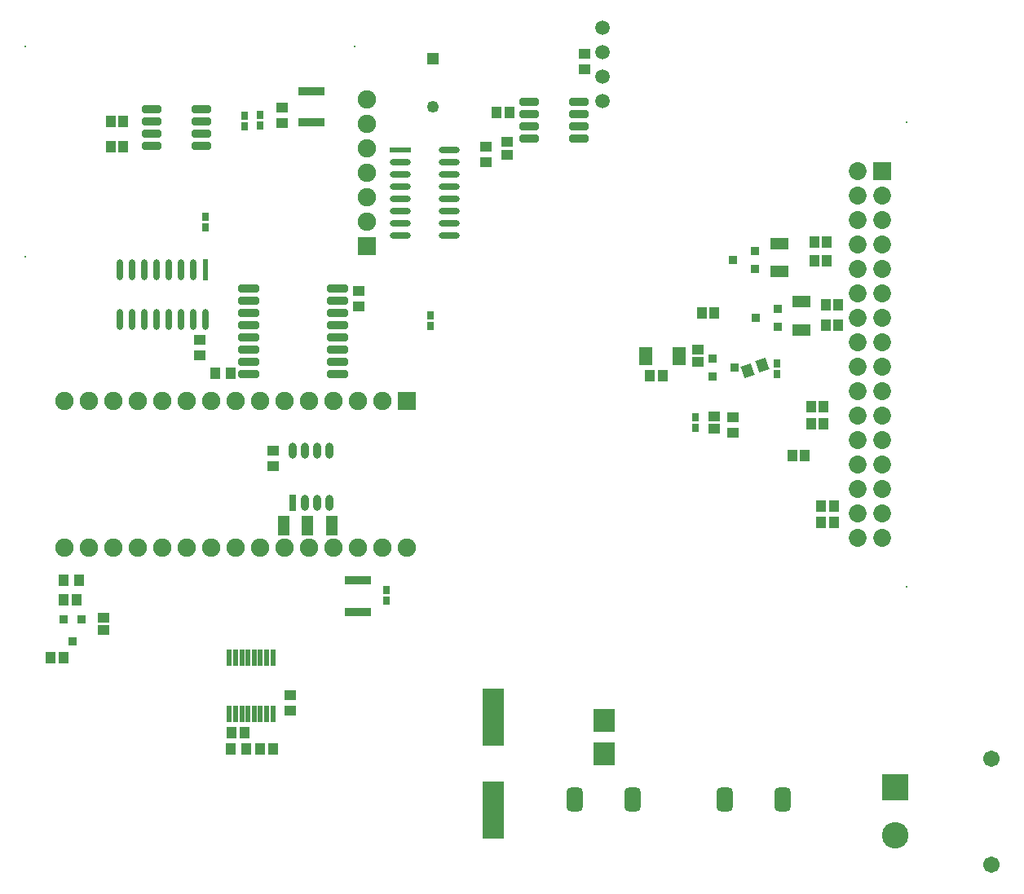
<source format=gts>
G04*
G04 #@! TF.GenerationSoftware,Altium Limited,Altium Designer,20.0.12 (288)*
G04*
G04 Layer_Color=8388736*
%FSLAX25Y25*%
%MOIN*%
G70*
G01*
G75*
%ADD17R,0.04921X0.07874*%
%ADD18R,0.03800X0.03800*%
%ADD19R,0.02769X0.03556*%
%ADD20R,0.05170X0.07611*%
%ADD21R,0.09068X0.09658*%
%ADD22R,0.03800X0.03800*%
%ADD23O,0.02769X0.02375*%
%ADD24R,0.04540X0.03950*%
%ADD25R,0.03950X0.04540*%
%ADD26R,0.07572X0.04934*%
%ADD27R,0.02200X0.06600*%
G04:AMPARAMS|DCode=28|XSize=88.71mil|YSize=31.62mil|CornerRadius=6.95mil|HoleSize=0mil|Usage=FLASHONLY|Rotation=0.000|XOffset=0mil|YOffset=0mil|HoleType=Round|Shape=RoundedRectangle|*
%AMROUNDEDRECTD28*
21,1,0.08871,0.01772,0,0,0.0*
21,1,0.07480,0.03162,0,0,0.0*
1,1,0.01391,0.03740,-0.00886*
1,1,0.01391,-0.03740,-0.00886*
1,1,0.01391,-0.03740,0.00886*
1,1,0.01391,0.03740,0.00886*
%
%ADD28ROUNDEDRECTD28*%
G04:AMPARAMS|DCode=29|XSize=86.79mil|YSize=23.94mil|CornerRadius=11.97mil|HoleSize=0mil|Usage=FLASHONLY|Rotation=270.000|XOffset=0mil|YOffset=0mil|HoleType=Round|Shape=RoundedRectangle|*
%AMROUNDEDRECTD29*
21,1,0.08679,0.00000,0,0,270.0*
21,1,0.06285,0.02394,0,0,270.0*
1,1,0.02394,0.00000,-0.03143*
1,1,0.02394,0.00000,0.03143*
1,1,0.02394,0.00000,0.03143*
1,1,0.02394,0.00000,-0.03143*
%
%ADD29ROUNDEDRECTD29*%
%ADD30R,0.02394X0.08679*%
%ADD31R,0.03162X0.06509*%
%ADD32O,0.03162X0.06509*%
G04:AMPARAMS|DCode=33|XSize=86.79mil|YSize=23.94mil|CornerRadius=11.97mil|HoleSize=0mil|Usage=FLASHONLY|Rotation=0.000|XOffset=0mil|YOffset=0mil|HoleType=Round|Shape=RoundedRectangle|*
%AMROUNDEDRECTD33*
21,1,0.08679,0.00000,0,0,0.0*
21,1,0.06285,0.02394,0,0,0.0*
1,1,0.02394,0.03143,0.00000*
1,1,0.02394,-0.03143,0.00000*
1,1,0.02394,-0.03143,0.00000*
1,1,0.02394,0.03143,0.00000*
%
%ADD33ROUNDEDRECTD33*%
%ADD34R,0.08679X0.02394*%
G04:AMPARAMS|DCode=35|XSize=77.29mil|YSize=31.62mil|CornerRadius=6.95mil|HoleSize=0mil|Usage=FLASHONLY|Rotation=0.000|XOffset=0mil|YOffset=0mil|HoleType=Round|Shape=RoundedRectangle|*
%AMROUNDEDRECTD35*
21,1,0.07729,0.01772,0,0,0.0*
21,1,0.06339,0.03162,0,0,0.0*
1,1,0.01391,0.03169,-0.00886*
1,1,0.01391,-0.03169,-0.00886*
1,1,0.01391,-0.03169,0.00886*
1,1,0.01391,0.03169,0.00886*
%
%ADD35ROUNDEDRECTD35*%
%ADD36R,0.04934X0.04343*%
%ADD37R,0.04343X0.04934*%
G04:AMPARAMS|DCode=38|XSize=49.34mil|YSize=43.43mil|CornerRadius=0mil|HoleSize=0mil|Usage=FLASHONLY|Rotation=110.000|XOffset=0mil|YOffset=0mil|HoleType=Round|Shape=Rectangle|*
%AMROTATEDRECTD38*
4,1,4,0.02884,-0.01575,-0.01197,-0.03061,-0.02884,0.01575,0.01197,0.03061,0.02884,-0.01575,0.0*
%
%ADD38ROTATEDRECTD38*%

%ADD39R,0.10654X0.03757*%
%ADD40R,0.08674X0.23241*%
%ADD41C,0.07296*%
%ADD42R,0.07296X0.07296*%
%ADD43C,0.00800*%
%ADD44R,0.10839X0.10839*%
%ADD45C,0.10839*%
%ADD46C,0.06737*%
G04:AMPARAMS|DCode=47|XSize=98.55mil|YSize=67.06mil|CornerRadius=18.76mil|HoleSize=0mil|Usage=FLASHONLY|Rotation=90.000|XOffset=0mil|YOffset=0mil|HoleType=Round|Shape=RoundedRectangle|*
%AMROUNDEDRECTD47*
21,1,0.09855,0.02953,0,0,90.0*
21,1,0.06102,0.06706,0,0,90.0*
1,1,0.03753,0.01476,0.03051*
1,1,0.03753,0.01476,-0.03051*
1,1,0.03753,-0.01476,-0.03051*
1,1,0.03753,-0.01476,0.03051*
%
%ADD47ROUNDEDRECTD47*%
%ADD48C,0.05950*%
%ADD49R,0.07493X0.07493*%
%ADD50C,0.07493*%
%ADD51R,0.04921X0.04921*%
%ADD52C,0.04921*%
D17*
X137795Y166142D02*
D03*
X127953D02*
D03*
X118110D02*
D03*
D18*
X293406Y227047D02*
D03*
Y234547D02*
D03*
X302406Y230797D02*
D03*
X310968Y278638D02*
D03*
Y271138D02*
D03*
X301968Y274888D02*
D03*
X320374Y254842D02*
D03*
Y247342D02*
D03*
X311374Y251093D02*
D03*
D19*
X108661Y334055D02*
D03*
Y329724D02*
D03*
X178150Y252165D02*
D03*
Y247835D02*
D03*
X86221Y287992D02*
D03*
Y292323D02*
D03*
X286697Y210409D02*
D03*
Y206079D02*
D03*
X319980Y232480D02*
D03*
Y228150D02*
D03*
X102362Y333858D02*
D03*
Y329528D02*
D03*
X160236Y139665D02*
D03*
Y135335D02*
D03*
D20*
X279744Y235335D02*
D03*
X266319D02*
D03*
D21*
X249114Y86319D02*
D03*
Y72736D02*
D03*
D22*
X28150Y127854D02*
D03*
X35650D02*
D03*
X31900Y118854D02*
D03*
D23*
X137795Y163386D02*
D03*
Y168504D02*
D03*
X127953Y163386D02*
D03*
Y168504D02*
D03*
X118110Y163386D02*
D03*
Y168504D02*
D03*
D24*
X209449Y323031D02*
D03*
Y317913D02*
D03*
X294094Y210827D02*
D03*
Y205709D02*
D03*
X287500Y233071D02*
D03*
Y238189D02*
D03*
X44685Y128642D02*
D03*
Y123524D02*
D03*
D25*
X52559Y321260D02*
D03*
X47441D02*
D03*
X210433Y335039D02*
D03*
X205315D02*
D03*
X52559Y331496D02*
D03*
X47441D02*
D03*
X102165Y81496D02*
D03*
X97047D02*
D03*
X113779Y74705D02*
D03*
X108661D02*
D03*
X343110Y167323D02*
D03*
X337992D02*
D03*
X343110Y174213D02*
D03*
X337992D02*
D03*
X331299Y194882D02*
D03*
X326181D02*
D03*
X339020Y207653D02*
D03*
X333902D02*
D03*
X338976Y214665D02*
D03*
X333858D02*
D03*
X294291Y253051D02*
D03*
X289173D02*
D03*
X344882Y248228D02*
D03*
X339764D02*
D03*
X344980Y256496D02*
D03*
X339862D02*
D03*
X340256Y274606D02*
D03*
X335138D02*
D03*
X28346Y135827D02*
D03*
X33465D02*
D03*
X340354Y282185D02*
D03*
X335236D02*
D03*
X268012Y227461D02*
D03*
X273130D02*
D03*
X23031Y112205D02*
D03*
X28150D02*
D03*
D26*
X320965Y270138D02*
D03*
Y281634D02*
D03*
X329921Y257716D02*
D03*
Y246220D02*
D03*
D27*
X95921Y89287D02*
D03*
X98521D02*
D03*
X101121D02*
D03*
X103621D02*
D03*
X106221D02*
D03*
X108721D02*
D03*
X111321D02*
D03*
X113921D02*
D03*
Y112287D02*
D03*
X111321D02*
D03*
X108721D02*
D03*
X106221D02*
D03*
X103621D02*
D03*
X101121D02*
D03*
X98521D02*
D03*
X95921D02*
D03*
D28*
X103740Y263209D02*
D03*
Y258209D02*
D03*
Y253209D02*
D03*
Y248209D02*
D03*
Y243209D02*
D03*
Y238209D02*
D03*
Y233209D02*
D03*
Y228209D02*
D03*
X140394D02*
D03*
Y233209D02*
D03*
Y238209D02*
D03*
Y243209D02*
D03*
Y248209D02*
D03*
Y253209D02*
D03*
Y258209D02*
D03*
Y263209D02*
D03*
D29*
X86354Y250606D02*
D03*
X81354D02*
D03*
X76354D02*
D03*
X71354D02*
D03*
X66354D02*
D03*
X61354D02*
D03*
X56354D02*
D03*
X51354D02*
D03*
Y270692D02*
D03*
X56354D02*
D03*
X61354D02*
D03*
X66354D02*
D03*
X71354D02*
D03*
X76354D02*
D03*
X81354D02*
D03*
D30*
X86354D02*
D03*
D31*
X121732Y175492D02*
D03*
D32*
X126732D02*
D03*
X131732D02*
D03*
X136732D02*
D03*
X121732Y196949D02*
D03*
X126732D02*
D03*
X131732D02*
D03*
X136732D02*
D03*
D33*
X185929Y319961D02*
D03*
Y314961D02*
D03*
Y309961D02*
D03*
Y304961D02*
D03*
Y299961D02*
D03*
Y294961D02*
D03*
Y289961D02*
D03*
Y284961D02*
D03*
X165843D02*
D03*
Y289961D02*
D03*
Y294961D02*
D03*
Y299961D02*
D03*
Y304961D02*
D03*
Y309961D02*
D03*
Y314961D02*
D03*
D34*
Y319961D02*
D03*
D35*
X218583Y339390D02*
D03*
Y334390D02*
D03*
Y329390D02*
D03*
Y324390D02*
D03*
X238898D02*
D03*
Y329390D02*
D03*
Y334390D02*
D03*
Y339390D02*
D03*
X64252Y336634D02*
D03*
Y331634D02*
D03*
Y326634D02*
D03*
Y321634D02*
D03*
X84567D02*
D03*
Y326634D02*
D03*
Y331634D02*
D03*
Y336634D02*
D03*
D36*
X241339Y352756D02*
D03*
Y359055D02*
D03*
X148893Y255906D02*
D03*
Y262205D02*
D03*
X120866Y90551D02*
D03*
Y96850D02*
D03*
X200787Y314764D02*
D03*
Y321063D02*
D03*
X113976Y196850D02*
D03*
Y190551D02*
D03*
X83760Y235827D02*
D03*
Y242126D02*
D03*
X301870Y204232D02*
D03*
Y210531D02*
D03*
X117717Y330709D02*
D03*
Y337008D02*
D03*
D37*
X96457Y74803D02*
D03*
X102756D02*
D03*
X90354Y228346D02*
D03*
X96653D02*
D03*
X34449Y143701D02*
D03*
X28150D02*
D03*
D38*
X308009Y229509D02*
D03*
X313928Y231664D02*
D03*
D39*
X129724Y343799D02*
D03*
Y331004D02*
D03*
X148425Y130905D02*
D03*
Y143701D02*
D03*
D40*
X203839Y49705D02*
D03*
Y87894D02*
D03*
D41*
X352992Y171221D02*
D03*
X362992D02*
D03*
X352992Y191220D02*
D03*
X362992D02*
D03*
X352992Y211221D02*
D03*
X362992D02*
D03*
X352992Y231221D02*
D03*
X362992D02*
D03*
X352992Y251220D02*
D03*
X362992D02*
D03*
X352992Y271220D02*
D03*
X362992D02*
D03*
X352992Y291220D02*
D03*
X362992D02*
D03*
X352992Y311221D02*
D03*
Y161221D02*
D03*
Y181220D02*
D03*
Y201220D02*
D03*
Y221220D02*
D03*
Y241220D02*
D03*
Y261221D02*
D03*
Y281221D02*
D03*
Y301220D02*
D03*
X362992Y161221D02*
D03*
Y181220D02*
D03*
Y201220D02*
D03*
Y221220D02*
D03*
Y241220D02*
D03*
Y261221D02*
D03*
Y281221D02*
D03*
Y301220D02*
D03*
D42*
Y311221D02*
D03*
D43*
X372992Y331221D02*
D03*
Y141220D02*
D03*
X12598Y361984D02*
D03*
X147098D02*
D03*
X12598Y275984D02*
D03*
D44*
X368110Y59055D02*
D03*
D45*
Y39370D02*
D03*
D46*
X407480Y27559D02*
D03*
Y70866D02*
D03*
D47*
X322244Y54134D02*
D03*
X298622D02*
D03*
X260827D02*
D03*
X237205D02*
D03*
D48*
X248425Y369685D02*
D03*
Y359685D02*
D03*
Y349685D02*
D03*
Y339685D02*
D03*
D49*
X168425Y217008D02*
D03*
X152098Y280484D02*
D03*
D50*
X158425Y217008D02*
D03*
X148425D02*
D03*
X138425D02*
D03*
X128425D02*
D03*
X118425D02*
D03*
X108425D02*
D03*
X98425D02*
D03*
X88425D02*
D03*
X78425D02*
D03*
X68425D02*
D03*
X58425D02*
D03*
X48425D02*
D03*
X38425D02*
D03*
X28425D02*
D03*
Y157008D02*
D03*
X38425D02*
D03*
X48425D02*
D03*
X58425D02*
D03*
X68425D02*
D03*
X78425D02*
D03*
X88425D02*
D03*
X98425D02*
D03*
X108425D02*
D03*
X118425D02*
D03*
X128425D02*
D03*
X138425D02*
D03*
X148425D02*
D03*
X158425D02*
D03*
X168425D02*
D03*
X152098Y340484D02*
D03*
Y330484D02*
D03*
Y320484D02*
D03*
Y310484D02*
D03*
Y300484D02*
D03*
Y290484D02*
D03*
D51*
X179134Y357283D02*
D03*
D52*
Y337598D02*
D03*
M02*

</source>
